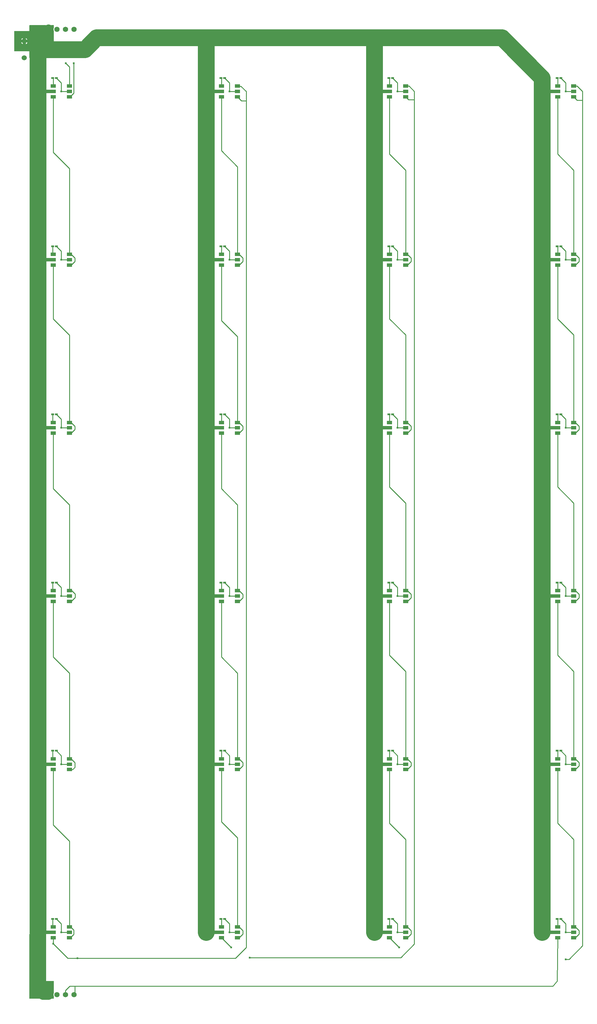
<source format=gtl>
G04 Layer: TopLayer*
G04 EasyEDA v6.5.34, 2023-09-21 20:05:10*
G04 25a6d9880ab04e118feb333d8ddcd0f2,9bdec9015a8d4a8fb4e1132389f24c00,10*
G04 Gerber Generator version 0.2*
G04 Scale: 100 percent, Rotated: No, Reflected: No *
G04 Dimensions in millimeters *
G04 leading zeros omitted , absolute positions ,4 integer and 5 decimal *
%FSLAX45Y45*%
%MOMM*%

%AMMACRO1*21,1,$1,$2,0,0,$3*%
%ADD10C,3.0000*%
%ADD11C,5.0000*%
%ADD12C,1.0000*%
%ADD13C,0.2540*%
%ADD14MACRO1,0.54X0.7901X90.0000*%
%ADD15R,1.5000X1.0000*%
%ADD16R,1.5748X1.5748*%
%ADD17C,1.5748*%
%ADD18C,1.5240*%
%ADD19C,0.6200*%
%ADD20C,0.0159*%

%LPD*%
G36*
X1560169Y28499917D02*
G01*
X1556258Y28500730D01*
X1552956Y28502914D01*
X1550771Y28506216D01*
X1550009Y28510077D01*
X1550009Y28698952D01*
X1548993Y28699917D01*
X1110183Y28699917D01*
X1106271Y28700730D01*
X1102969Y28702914D01*
X1100785Y28706216D01*
X1100023Y28710077D01*
X1100023Y29289756D01*
X1100785Y29293667D01*
X1102969Y29296969D01*
X1106271Y29299153D01*
X1110183Y29299915D01*
X1548993Y29299915D01*
X1550009Y29300932D01*
X1550009Y29464000D01*
X1550771Y29467860D01*
X1552956Y29471162D01*
X1556258Y29473398D01*
X1560169Y29474160D01*
X2033574Y29474160D01*
X2037842Y29473245D01*
X2041296Y29470603D01*
X2043379Y29466743D01*
X2043633Y29462374D01*
X2042007Y29458310D01*
X2038857Y29455313D01*
X2029053Y29451960D01*
X2024125Y29448861D01*
X2020062Y29444797D01*
X2016963Y29439870D01*
X2015083Y29434434D01*
X2014372Y29428135D01*
X2014372Y29395674D01*
X2073300Y29395674D01*
X2073300Y29464000D01*
X2074062Y29467860D01*
X2076246Y29471162D01*
X2079548Y29473398D01*
X2083409Y29474160D01*
X2154580Y29474160D01*
X2158441Y29473398D01*
X2161743Y29471162D01*
X2163927Y29467860D01*
X2164740Y29464000D01*
X2164740Y29395674D01*
X2223668Y29395674D01*
X2223668Y29428135D01*
X2222906Y29434434D01*
X2221026Y29439870D01*
X2217928Y29444797D01*
X2213864Y29448861D01*
X2208936Y29451960D01*
X2199132Y29455313D01*
X2195982Y29458310D01*
X2194356Y29462374D01*
X2194610Y29466743D01*
X2196693Y29470603D01*
X2200148Y29473245D01*
X2204415Y29474160D01*
X2269845Y29474160D01*
X2273706Y29473398D01*
X2277008Y29471162D01*
X2279243Y29467860D01*
X2280005Y29464000D01*
X2280005Y29399788D01*
X2278938Y29395267D01*
X2276348Y29389984D01*
X2271928Y29377030D01*
X2269286Y29363619D01*
X2268372Y29349953D01*
X2269286Y29336288D01*
X2271928Y29322877D01*
X2276348Y29309923D01*
X2278938Y29304589D01*
X2280005Y29300119D01*
X2280005Y28520948D01*
X2280716Y28519221D01*
X2282647Y28517291D01*
X2284831Y28513989D01*
X2285644Y28510077D01*
X2284831Y28506216D01*
X2282647Y28502914D01*
X2279345Y28500730D01*
X2275484Y28499917D01*
G37*

%LPC*%
G36*
X1355547Y28908146D02*
G01*
X1355547Y28955492D01*
X1308201Y28955492D01*
X1308862Y28953917D01*
X1315821Y28942182D01*
X1324305Y28931463D01*
X1334109Y28921964D01*
X1345082Y28913886D01*
G37*
G36*
X1444447Y28908298D02*
G01*
X1449070Y28910432D01*
X1460550Y28917747D01*
X1470964Y28926536D01*
X1480108Y28936696D01*
X1487830Y28947922D01*
X1491640Y28955492D01*
X1444447Y28955492D01*
G37*
G36*
X1444447Y29044392D02*
G01*
X1491640Y29044392D01*
X1487830Y29051961D01*
X1480108Y29063188D01*
X1470964Y29073348D01*
X1460550Y29082136D01*
X1449070Y29089451D01*
X1444447Y29091585D01*
G37*
G36*
X1308201Y29044392D02*
G01*
X1355547Y29044392D01*
X1355547Y29091737D01*
X1345082Y29085997D01*
X1334109Y29077920D01*
X1324305Y29068420D01*
X1315821Y29057701D01*
X1308862Y29045966D01*
G37*
G36*
X2164740Y29245306D02*
G01*
X2197150Y29245306D01*
X2203500Y29246017D01*
X2208936Y29247896D01*
X2213864Y29250995D01*
X2217928Y29255110D01*
X2221026Y29259987D01*
X2222906Y29265473D01*
X2223668Y29271772D01*
X2223668Y29304234D01*
X2164740Y29304234D01*
G37*
G36*
X2040839Y29245306D02*
G01*
X2073300Y29245306D01*
X2073300Y29304234D01*
X2014372Y29304234D01*
X2014372Y29271772D01*
X2015083Y29265473D01*
X2016963Y29259987D01*
X2020062Y29255110D01*
X2024125Y29250995D01*
X2029053Y29247896D01*
X2034489Y29246017D01*
G37*

%LPD*%
G36*
X1560169Y526034D02*
G01*
X1556258Y526796D01*
X1552956Y529031D01*
X1550771Y532282D01*
X1550009Y536194D01*
X1550009Y2439822D01*
X1550771Y2443734D01*
X1552956Y2447036D01*
X1556258Y2449220D01*
X1560169Y2449982D01*
X2039823Y2449982D01*
X2043734Y2449220D01*
X2047036Y2447036D01*
X2049221Y2443734D01*
X2049983Y2439822D01*
X2049983Y1051001D01*
X2050999Y1049985D01*
X2269845Y1049985D01*
X2273706Y1049223D01*
X2277008Y1047038D01*
X2279243Y1043736D01*
X2280005Y1039825D01*
X2280005Y699820D01*
X2278938Y695350D01*
X2276348Y690016D01*
X2271928Y677062D01*
X2269286Y663651D01*
X2268372Y649986D01*
X2269286Y636320D01*
X2271928Y622909D01*
X2276348Y609955D01*
X2278938Y604672D01*
X2280005Y600151D01*
X2280005Y536194D01*
X2279243Y532282D01*
X2277008Y529031D01*
X2273706Y526796D01*
X2269845Y526034D01*
X2206040Y526034D01*
X2202078Y526846D01*
X2198725Y529132D01*
X2196541Y532536D01*
X2195880Y536498D01*
X2196795Y540461D01*
X2199182Y543712D01*
X2202688Y545795D01*
X2208936Y547979D01*
X2213864Y551078D01*
X2217928Y555142D01*
X2221026Y560070D01*
X2222906Y565505D01*
X2223668Y571804D01*
X2223668Y604266D01*
X2164740Y604266D01*
X2164740Y536194D01*
X2163927Y532282D01*
X2161743Y529031D01*
X2158441Y526796D01*
X2154580Y526034D01*
X2083409Y526034D01*
X2079548Y526796D01*
X2076246Y529031D01*
X2074062Y532282D01*
X2073300Y536194D01*
X2073300Y604266D01*
X2014372Y604266D01*
X2014372Y571804D01*
X2015083Y565505D01*
X2016963Y560070D01*
X2020062Y555142D01*
X2024125Y551078D01*
X2029053Y547979D01*
X2035302Y545795D01*
X2038807Y543712D01*
X2041194Y540461D01*
X2042109Y536498D01*
X2041448Y532536D01*
X2039264Y529132D01*
X2035911Y526846D01*
X2031949Y526034D01*
G37*

%LPC*%
G36*
X2164740Y695706D02*
G01*
X2223668Y695706D01*
X2223668Y728167D01*
X2222906Y734466D01*
X2221026Y739952D01*
X2217928Y744829D01*
X2213864Y748944D01*
X2208936Y752043D01*
X2203500Y753922D01*
X2197150Y754634D01*
X2164740Y754634D01*
G37*
G36*
X2014372Y695706D02*
G01*
X2073300Y695706D01*
X2073300Y754634D01*
X2040839Y754634D01*
X2034489Y753922D01*
X2029053Y752043D01*
X2024125Y748944D01*
X2020062Y744829D01*
X2016963Y739952D01*
X2015083Y734466D01*
X2014372Y728167D01*
G37*

%LPD*%
D10*
X2118868Y29349954D02*
G01*
X1799996Y28749942D01*
D11*
X1799996Y27499945D02*
G01*
X1799996Y28749942D01*
X6806684Y29100018D02*
G01*
X6806684Y2499995D01*
X1799996Y22499828D02*
G01*
X1799996Y17500092D01*
X1799996Y17500092D02*
G01*
X1799996Y12499975D01*
D10*
X1800605Y2500121D02*
G01*
X1800605Y799337D01*
X1949958Y649986D01*
X2118868Y649986D01*
D12*
X12259970Y17499964D02*
G01*
X11808528Y17499964D01*
X17259960Y17499964D02*
G01*
X16800068Y17499964D01*
X17259960Y22499954D02*
G01*
X16799966Y22499954D01*
D11*
X1799996Y12499975D02*
G01*
X1799996Y2499995D01*
D13*
X2869994Y28339943D02*
G01*
X2869994Y27449945D01*
X2759999Y27339950D01*
X2739999Y27339950D01*
X2739999Y27659939D02*
G01*
X2739999Y28229938D01*
X2629994Y28339943D01*
D11*
X16800068Y27500071D02*
G01*
X16800068Y2499995D01*
D12*
X17259960Y2499995D02*
G01*
X16799966Y2499995D01*
X12259970Y2499995D02*
G01*
X11799976Y2499995D01*
X7259980Y2499995D02*
G01*
X6799986Y2499995D01*
X7259980Y7499985D02*
G01*
X6799986Y7499985D01*
X17259960Y7499985D02*
G01*
X16799966Y7499985D01*
X12259970Y7499985D02*
G01*
X11799976Y7499985D01*
X17259960Y12499975D02*
G01*
X16799966Y12499975D01*
X12259970Y12499975D02*
G01*
X11799976Y12499975D01*
X7259980Y12499975D02*
G01*
X6799986Y12499975D01*
X7259980Y17499964D02*
G01*
X6799986Y17499964D01*
X12259970Y22499954D02*
G01*
X11799976Y22499954D01*
X7259980Y22499954D02*
G01*
X6799986Y22499954D01*
X17259960Y27499945D02*
G01*
X16799966Y27499945D01*
X12259970Y27499945D02*
G01*
X11799976Y27499945D01*
X7259980Y27499945D02*
G01*
X6799986Y27499945D01*
X2259990Y27499945D02*
G01*
X1799996Y27499945D01*
X2259990Y2499995D02*
G01*
X1699996Y2499995D01*
X2259990Y7499985D02*
G01*
X1699996Y7499985D01*
X2259990Y12499975D02*
G01*
X1699996Y12499975D01*
X1700021Y17500092D02*
G01*
X2260091Y17500092D01*
X2260091Y22499828D02*
G01*
X1800097Y22499828D01*
D13*
X12259965Y2340000D02*
G01*
X12549969Y2049995D01*
X8099983Y1749996D02*
G01*
X12599863Y1749996D01*
X12999976Y2150107D01*
X12999976Y27499945D01*
X12839971Y27659942D01*
X12739984Y27659942D01*
X7259980Y2340000D02*
G01*
X7549997Y2049983D01*
X2245481Y27899946D02*
G01*
X2259992Y27885443D01*
X2259992Y27659942D01*
X2259992Y12659972D02*
G01*
X2245481Y12674475D01*
X2245481Y12899974D01*
X2259992Y17659957D02*
G01*
X2245481Y17674462D01*
X2245481Y17899961D01*
X2259992Y22659949D02*
G01*
X2245481Y22674455D01*
X2245481Y22899954D01*
X2259992Y7659979D02*
G01*
X2245481Y7674483D01*
X2245481Y7899981D01*
X2259992Y2659992D02*
G01*
X2245481Y2674490D01*
X2245481Y2899996D01*
X2739999Y22659949D02*
G01*
X2789994Y22659949D01*
X2899991Y22549954D01*
X2899991Y22449952D01*
X2789994Y22339957D01*
X2739999Y22339957D01*
X2739999Y17659957D02*
G01*
X2789994Y17659957D01*
X2899991Y17549967D01*
X2899991Y17449967D01*
X2789994Y17339970D01*
X2739999Y17339970D01*
X2739999Y7659979D02*
G01*
X2789994Y7659979D01*
X2899991Y7549982D01*
X2899991Y7399982D01*
X2839999Y7339992D01*
X2739999Y7339992D01*
X7354491Y27899946D02*
G01*
X7499982Y27754455D01*
X7499982Y27499945D01*
X7499982Y27499945D02*
G01*
X7739992Y27499945D01*
X7354491Y22899954D02*
G01*
X7499982Y22754462D01*
X7499982Y22499954D01*
X7499982Y22499954D02*
G01*
X7739992Y22499954D01*
X7354491Y17899961D02*
G01*
X7499982Y17754475D01*
X7499982Y17499967D01*
X7499982Y17499967D02*
G01*
X7739992Y17499967D01*
X7245474Y27899946D02*
G01*
X7259985Y27885443D01*
X7259985Y27659942D01*
X7245474Y22899954D02*
G01*
X7259985Y22885450D01*
X7259985Y22659949D01*
X7245474Y17899961D02*
G01*
X7259985Y17885463D01*
X7259985Y17659957D01*
X7245474Y12899974D02*
G01*
X7259985Y12885470D01*
X7259985Y12659972D01*
X7245474Y7899981D02*
G01*
X7259985Y7885478D01*
X7259985Y7659979D01*
X7245474Y2899996D02*
G01*
X7259985Y2885493D01*
X7259985Y2659992D01*
X12245466Y2899996D02*
G01*
X12259965Y2885493D01*
X12259965Y2659992D01*
X12245466Y7899981D02*
G01*
X12259965Y7885478D01*
X12259965Y7659979D01*
X12245466Y12899974D02*
G01*
X12259965Y12885470D01*
X12259965Y12659972D01*
X12245466Y17899961D02*
G01*
X12259965Y17885463D01*
X12259965Y17659957D01*
X12245466Y22899954D02*
G01*
X12259965Y22885450D01*
X12259965Y22659949D01*
X12245466Y27899946D02*
G01*
X12259965Y27885443D01*
X12259965Y27659942D01*
X17245459Y27899946D02*
G01*
X17259957Y27885443D01*
X17259957Y27659942D01*
X17245459Y22899954D02*
G01*
X17259957Y22885450D01*
X17259957Y22659949D01*
X17245459Y17899961D02*
G01*
X17259957Y17885463D01*
X17259957Y17659957D01*
X17245459Y12899974D02*
G01*
X17259957Y12885470D01*
X17259957Y12659972D01*
X17245459Y7899981D02*
G01*
X17259957Y7885478D01*
X17259957Y7659979D01*
X17245459Y2899996D02*
G01*
X17259957Y2885493D01*
X17259957Y2659992D01*
X7354491Y12899974D02*
G01*
X7499982Y12754483D01*
X7499982Y12499975D01*
X7499982Y12499975D02*
G01*
X7739992Y12499975D01*
X7499982Y7499982D02*
G01*
X7739992Y7499982D01*
X7354491Y2899996D02*
G01*
X7499984Y2754503D01*
X7499984Y2499995D01*
X12354483Y27899946D02*
G01*
X12499975Y27754455D01*
X12499975Y27499945D01*
X12499975Y27499945D02*
G01*
X12739984Y27499945D01*
X12354483Y22899954D02*
G01*
X12499975Y22754462D01*
X12499975Y22499954D01*
X12499975Y22499954D02*
G01*
X12739984Y22499954D01*
X12354483Y17899961D02*
G01*
X12499975Y17754475D01*
X12499975Y17499967D01*
X12499975Y17499967D02*
G01*
X12739984Y17499967D01*
X12354483Y12899974D02*
G01*
X12499975Y12754483D01*
X12499975Y12499975D01*
X12499975Y12499975D02*
G01*
X12739984Y12499975D01*
X12354483Y7899981D02*
G01*
X12499975Y7754490D01*
X12499975Y7499982D01*
X12499975Y7499982D02*
G01*
X12739984Y7499982D01*
X12354483Y2899996D02*
G01*
X12499975Y2754505D01*
X12499975Y2499995D01*
X17354476Y27899946D02*
G01*
X17499967Y27754455D01*
X17499967Y27499945D01*
X17499967Y27499945D02*
G01*
X17739964Y27499945D01*
X17499967Y7499982D02*
G01*
X17739964Y7499982D01*
X17499967Y7499982D02*
G01*
X17499967Y7754490D01*
X17354476Y7899981D01*
X17499967Y12499975D02*
G01*
X17739964Y12499975D01*
X17354476Y12899974D02*
G01*
X17499967Y12754483D01*
X17499967Y12499975D01*
X17739964Y17499967D02*
G01*
X17499967Y17499967D01*
X17499967Y17499967D02*
G01*
X17499967Y17754475D01*
X17354476Y17899961D01*
X17499967Y22499954D02*
G01*
X17739964Y22499954D01*
X17499967Y22499954D02*
G01*
X17499967Y22754462D01*
X17354476Y22899954D01*
X7739992Y27339950D02*
G01*
X7853870Y27226072D01*
X7999984Y27226072D01*
X7739992Y22659949D02*
G01*
X7789986Y22659949D01*
X7899981Y22549954D01*
X7899981Y22449952D01*
X7789986Y22339957D01*
X7739992Y22339957D01*
X7739992Y17659957D02*
G01*
X7789986Y17659957D01*
X7899981Y17549967D01*
X7899981Y17449967D01*
X7789986Y17339970D01*
X7739992Y17339970D01*
X7739992Y12659972D02*
G01*
X7789986Y12659972D01*
X7899981Y12549974D01*
X7899981Y12449975D01*
X7789986Y12339977D01*
X7739992Y12339977D01*
X7739893Y2659887D02*
G01*
X7790185Y2659887D01*
X7899908Y2549903D01*
X7899908Y2450084D01*
X7790185Y2340099D01*
X7739893Y2340099D01*
X7739893Y7659880D02*
G01*
X7789923Y7659880D01*
X7899908Y7549895D01*
X7899908Y7450076D01*
X7789923Y7340092D01*
X7739893Y7340092D01*
X12739984Y22659949D02*
G01*
X12789979Y22659949D01*
X12899974Y22549954D01*
X12899974Y22449952D01*
X12789979Y22339957D01*
X12739984Y22339957D01*
X12739984Y17659957D02*
G01*
X12789979Y17659957D01*
X12899974Y17549967D01*
X12899974Y17449967D01*
X12789979Y17339970D01*
X12739984Y17339970D01*
X12739984Y12659972D02*
G01*
X12789979Y12659972D01*
X12899974Y12549974D01*
X12899974Y12449975D01*
X12789979Y12339977D01*
X12739984Y12339977D01*
X12739984Y7659979D02*
G01*
X12789979Y7659979D01*
X12899974Y7549982D01*
X12899974Y7449982D01*
X12789979Y7339992D01*
X12739984Y7339992D01*
X12739984Y2659992D02*
G01*
X12789979Y2659992D01*
X12899974Y2549997D01*
X12899974Y2449995D01*
X12789979Y2340000D01*
X12739984Y2340000D01*
X12739984Y27339950D02*
G01*
X12824284Y27255645D01*
X12999976Y27255645D01*
X17739865Y2659887D02*
G01*
X17789908Y2659887D01*
X17899893Y2549903D01*
X17899893Y2450084D01*
X17789908Y2340099D01*
X17739865Y2340099D01*
X17739964Y7659979D02*
G01*
X17789972Y7659979D01*
X17899966Y7549982D01*
X17899966Y7449982D01*
X17789972Y7339992D01*
X17739964Y7339992D01*
X17739964Y12659972D02*
G01*
X17789972Y12659972D01*
X17899966Y12549974D01*
X17899966Y12449975D01*
X17789972Y12339977D01*
X17739964Y12339977D01*
X17739964Y17659957D02*
G01*
X17789972Y17659957D01*
X17899966Y17549967D01*
X17899966Y17449967D01*
X17789972Y17339970D01*
X17739964Y17339970D01*
X17739964Y22659949D02*
G01*
X17789972Y22659949D01*
X17899966Y22549954D01*
X17899966Y22449952D01*
X17789972Y22339957D01*
X17739964Y22339957D01*
X17500091Y1700019D02*
G01*
X17599919Y1700019D01*
X17999969Y2100069D01*
X17999969Y27499945D01*
X17839964Y27659942D01*
X17739964Y27659942D01*
X17739964Y27339950D02*
G01*
X17835425Y27244489D01*
X17999969Y27244489D01*
X2260091Y2340099D02*
G01*
X2260091Y2160092D01*
X2259990Y2159990D01*
X2880989Y650001D02*
G01*
X2905696Y674700D01*
X2905696Y899919D01*
X17260056Y2340099D02*
G01*
X17249960Y1049995D01*
X17120108Y899919D01*
X2750058Y899919D01*
X2626865Y776988D01*
X2626865Y649988D01*
X7354491Y7899981D02*
G01*
X7499982Y7754490D01*
X7499982Y7499982D01*
X2739999Y12659969D02*
G01*
X2809999Y12659969D01*
X2909994Y12559974D01*
X2909994Y12459975D01*
X2789999Y12339980D01*
X2739999Y12339980D01*
X2739999Y2659989D02*
G01*
X2779999Y2659989D01*
X2869994Y2569994D01*
X2869994Y2439995D01*
X2769999Y2340000D01*
X2739999Y2340000D01*
X2350008Y27904437D02*
G01*
X2354498Y27899946D01*
X2372995Y29349928D02*
G01*
X2372995Y29349928D01*
X2350008Y29326941D01*
X2739999Y27499945D02*
G01*
X2499995Y27499945D01*
X2354503Y27899944D02*
G01*
X2499995Y27754453D01*
X2499995Y27499945D01*
X2499995Y2499995D02*
G01*
X2499995Y2499995D01*
X2499995Y2754503D01*
X2354503Y2899994D01*
X2739999Y2499995D02*
G01*
X2499995Y2499995D01*
X2499995Y7499985D02*
G01*
X2499995Y7499985D01*
X2499995Y7754493D01*
X2354503Y7899984D01*
X2739999Y7499985D02*
G01*
X2499995Y7499985D01*
X2739999Y12499975D02*
G01*
X2499995Y12499975D01*
X2499995Y12499975D02*
G01*
X2499995Y12754483D01*
X2354503Y12899974D01*
X2499995Y17499964D02*
G01*
X2499995Y17499964D01*
X2499995Y17754473D01*
X2354503Y17899964D01*
X2739999Y17499964D02*
G01*
X2499995Y17499964D01*
X2499995Y22499954D02*
G01*
X2499995Y22499954D01*
X2499995Y22754462D01*
X2354503Y22899954D01*
X2739999Y22499954D02*
G01*
X2499995Y22499954D01*
X2260091Y27340052D02*
G01*
X2260091Y25690068D01*
X2739897Y25210008D01*
X2739897Y22659848D01*
X2260091Y7340092D02*
G01*
X2260091Y5690107D01*
X2739897Y5210047D01*
X2739897Y2659887D01*
X2260091Y22340062D02*
G01*
X2260091Y20739862D01*
X2739999Y20259954D01*
X2739999Y17659957D01*
X2260091Y17340071D02*
G01*
X2260091Y15689834D01*
X2739897Y15210028D01*
X2739897Y12659868D01*
X2260091Y12340081D02*
G01*
X2260091Y10690097D01*
X2739897Y10210037D01*
X2739897Y7659878D01*
X17500091Y2500121D02*
G01*
X17500091Y2500121D01*
X17739868Y2500121D01*
X17354550Y2899918D02*
G01*
X17500091Y2754629D01*
X17500091Y2500121D01*
X12499975Y2499995D02*
G01*
X12499975Y2499995D01*
X12739984Y2499995D01*
X2259995Y2159995D02*
G01*
X2689994Y1729996D01*
X2979994Y1729996D01*
X7499984Y2499995D02*
G01*
X7499984Y2499995D01*
X7739992Y2499995D01*
X7260081Y27340052D02*
G01*
X7260081Y25739852D01*
X7739888Y25260045D01*
X7739888Y22659848D01*
X7260081Y22340062D02*
G01*
X7260081Y20689824D01*
X7739888Y20210018D01*
X7739888Y17659858D01*
X7260081Y17340071D02*
G01*
X7260081Y15690087D01*
X7739888Y15210028D01*
X7739888Y12659868D01*
X7260081Y12340081D02*
G01*
X7260081Y10690097D01*
X7739888Y10210037D01*
X7739888Y7659878D01*
X7260081Y7340092D02*
G01*
X7260081Y5789929D01*
X7739888Y5309870D01*
X7739888Y2659887D01*
X12739877Y2659887D02*
G01*
X12740131Y5259831D01*
X12260072Y5739892D01*
X12260072Y7340092D01*
X12260072Y12340081D02*
G01*
X12260072Y10739881D01*
X12740131Y10259821D01*
X12739877Y7659878D01*
X12260077Y17340069D02*
G01*
X12260077Y15739869D01*
X12740134Y15259812D01*
X12739872Y12659865D01*
X12260072Y22340062D02*
G01*
X12260072Y20739862D01*
X12739877Y20260055D01*
X12739877Y17659858D01*
X12260072Y27340052D02*
G01*
X12260072Y25639776D01*
X12739877Y25159970D01*
X12739877Y22659848D01*
X17260061Y27340052D02*
G01*
X17259808Y25640029D01*
X17739868Y25159970D01*
X17739868Y22659848D01*
X17260061Y22340062D02*
G01*
X17259808Y20740116D01*
X17739868Y20260055D01*
X17739868Y17659858D01*
X17260061Y17340071D02*
G01*
X17259808Y15740126D01*
X17739868Y15260066D01*
X17739868Y12659868D01*
X17260061Y12340081D02*
G01*
X17259808Y10740136D01*
X17739868Y10260076D01*
X17739868Y7659878D01*
X17260061Y7340092D02*
G01*
X17259808Y5740145D01*
X17739868Y5260086D01*
X17739868Y2659887D01*
D11*
X1799996Y27499945D02*
G01*
X1799996Y22499828D01*
X16800068Y27500071D02*
G01*
X16800068Y27900121D01*
X15599918Y29100018D01*
X3550158Y29100018D01*
X3199891Y28750005D01*
X1800097Y28750005D01*
X11808528Y29100018D02*
G01*
X11808528Y2499995D01*
D13*
X2980004Y1729994D02*
G01*
X7679943Y1729994D01*
X7999984Y2050034D01*
X7999984Y27500069D01*
X7839969Y27659837D01*
X7739893Y27659837D01*
D14*
G01*
X2354501Y27899944D03*
G01*
X2245489Y27899944D03*
G01*
X2354501Y22899954D03*
G01*
X2245489Y22899954D03*
G01*
X2354501Y17899964D03*
G01*
X2245489Y17899964D03*
G01*
X2354501Y12899974D03*
G01*
X2245489Y12899974D03*
G01*
X2354501Y7899984D03*
G01*
X2245489Y7899984D03*
G01*
X2354501Y2899994D03*
G01*
X2245489Y2899994D03*
G01*
X7354491Y27899944D03*
G01*
X7245479Y27899944D03*
G01*
X7354491Y22899954D03*
G01*
X7245479Y22899954D03*
G01*
X7354491Y17899964D03*
G01*
X7245479Y17899964D03*
G01*
X7354491Y12899974D03*
G01*
X7245479Y12899974D03*
G01*
X7354491Y7899984D03*
G01*
X7245479Y7899984D03*
G01*
X7354491Y2899994D03*
G01*
X7245479Y2899994D03*
G01*
X12354481Y27899944D03*
G01*
X12245469Y27899944D03*
G01*
X12354481Y22899954D03*
G01*
X12245469Y22899954D03*
G01*
X12354481Y17899964D03*
G01*
X12245469Y17899964D03*
G01*
X12354481Y12899974D03*
G01*
X12245469Y12899974D03*
G01*
X12354481Y7899984D03*
G01*
X12245469Y7899984D03*
G01*
X12354481Y2899994D03*
G01*
X12245469Y2899994D03*
G01*
X17354471Y27899944D03*
G01*
X17245459Y27899944D03*
G01*
X17354471Y22899954D03*
G01*
X17245459Y22899954D03*
G01*
X17354471Y17899964D03*
G01*
X17245459Y17899964D03*
G01*
X17354471Y12899974D03*
G01*
X17245459Y12899974D03*
G01*
X17354471Y7899984D03*
G01*
X17245459Y7899984D03*
G01*
X17354471Y2899994D03*
G01*
X17245459Y2899994D03*
D15*
G01*
X2259990Y27659939D03*
G01*
X2259990Y27499945D03*
G01*
X2259990Y27339950D03*
G01*
X2739999Y27339950D03*
G01*
X2739999Y27499945D03*
G01*
X2739999Y27659939D03*
G01*
X2259990Y22659949D03*
G01*
X2259990Y22499954D03*
G01*
X2259990Y22339960D03*
G01*
X2739999Y22339960D03*
G01*
X2739999Y22499954D03*
G01*
X2739999Y22659949D03*
G01*
X2259990Y17659959D03*
G01*
X2259990Y17499964D03*
G01*
X2259990Y17339970D03*
G01*
X2739999Y17339970D03*
G01*
X2739999Y17499964D03*
G01*
X2739999Y17659959D03*
G01*
X2259990Y12659969D03*
G01*
X2259990Y12499975D03*
G01*
X2259990Y12339980D03*
G01*
X2739999Y12339980D03*
G01*
X2739999Y12499975D03*
G01*
X2739999Y12659969D03*
G01*
X2259990Y7659979D03*
G01*
X2259990Y7499985D03*
G01*
X2259990Y7339990D03*
G01*
X2739999Y7339990D03*
G01*
X2739999Y7499985D03*
G01*
X2739999Y7659979D03*
G01*
X2259990Y2659989D03*
G01*
X2259990Y2499995D03*
G01*
X2259990Y2340000D03*
G01*
X2739999Y2340000D03*
G01*
X2739999Y2499995D03*
G01*
X2739999Y2659989D03*
G01*
X7259980Y27659939D03*
G01*
X7259980Y27499945D03*
G01*
X7259980Y27339950D03*
G01*
X7739989Y27339950D03*
G01*
X7739989Y27499945D03*
G01*
X7739989Y27659939D03*
G01*
X7259980Y22659949D03*
G01*
X7259980Y22499954D03*
G01*
X7259980Y22339960D03*
G01*
X7739989Y22339960D03*
G01*
X7739989Y22499954D03*
G01*
X7739989Y22659949D03*
G01*
X7259980Y17659959D03*
G01*
X7259980Y17499964D03*
G01*
X7259980Y17339970D03*
G01*
X7739989Y17339970D03*
G01*
X7739989Y17499964D03*
G01*
X7739989Y17659959D03*
G01*
X7259980Y12659969D03*
G01*
X7259980Y12499975D03*
G01*
X7259980Y12339980D03*
G01*
X7739989Y12339980D03*
G01*
X7739989Y12499975D03*
G01*
X7739989Y12659969D03*
G01*
X7259980Y7659979D03*
G01*
X7259980Y7499985D03*
G01*
X7259980Y7339990D03*
G01*
X7739989Y7339990D03*
G01*
X7739989Y7499985D03*
G01*
X7739989Y7659979D03*
G01*
X7259980Y2659989D03*
G01*
X7259980Y2499995D03*
G01*
X7259980Y2340000D03*
G01*
X7739989Y2340000D03*
G01*
X7739989Y2499995D03*
G01*
X7739989Y2659989D03*
G01*
X12259970Y27659939D03*
G01*
X12259970Y27499945D03*
G01*
X12259970Y27339950D03*
G01*
X12739979Y27339950D03*
G01*
X12739979Y27499945D03*
G01*
X12739979Y27659939D03*
G01*
X12259970Y22659949D03*
G01*
X12259970Y22499954D03*
G01*
X12259970Y22339960D03*
G01*
X12739979Y22339960D03*
G01*
X12739979Y22499954D03*
G01*
X12739979Y22659949D03*
G01*
X12259970Y17659959D03*
G01*
X12259970Y17499964D03*
G01*
X12259970Y17339970D03*
G01*
X12739979Y17339970D03*
G01*
X12739979Y17499964D03*
G01*
X12739979Y17659959D03*
G01*
X12259970Y12659969D03*
G01*
X12259970Y12499975D03*
G01*
X12259970Y12339980D03*
G01*
X12739979Y12339980D03*
G01*
X12739979Y12499975D03*
G01*
X12739979Y12659969D03*
G01*
X12259970Y7659979D03*
G01*
X12259970Y7499985D03*
G01*
X12259970Y7339990D03*
G01*
X12739979Y7339990D03*
G01*
X12739979Y7499985D03*
G01*
X12739979Y7659979D03*
G01*
X12259970Y2659989D03*
G01*
X12259970Y2499995D03*
G01*
X12259970Y2340000D03*
G01*
X12739979Y2340000D03*
G01*
X12739979Y2499995D03*
G01*
X12739979Y2659989D03*
G01*
X17259960Y27659939D03*
G01*
X17259960Y27499945D03*
G01*
X17259960Y27339950D03*
G01*
X17739969Y27339950D03*
G01*
X17739969Y27499945D03*
G01*
X17739969Y27659939D03*
G01*
X17259960Y22659949D03*
G01*
X17259960Y22499954D03*
G01*
X17259960Y22339960D03*
G01*
X17739969Y22339960D03*
G01*
X17739969Y22499954D03*
G01*
X17739969Y22659949D03*
G01*
X17259960Y17659959D03*
G01*
X17259960Y17499964D03*
G01*
X17259960Y17339970D03*
G01*
X17739969Y17339970D03*
G01*
X17739969Y17499964D03*
G01*
X17739969Y17659959D03*
G01*
X17259960Y12659969D03*
G01*
X17259960Y12499975D03*
G01*
X17259960Y12339980D03*
G01*
X17739969Y12339980D03*
G01*
X17739969Y12499975D03*
G01*
X17739969Y12659969D03*
G01*
X17259960Y7659979D03*
G01*
X17259960Y7499985D03*
G01*
X17259960Y7339990D03*
G01*
X17739969Y7339990D03*
G01*
X17739969Y7499985D03*
G01*
X17739969Y7659979D03*
G01*
X17259960Y2659989D03*
G01*
X17259960Y2499995D03*
G01*
X17259960Y2340000D03*
G01*
X17739969Y2340000D03*
G01*
X17739969Y2499995D03*
G01*
X17739969Y2659989D03*
D16*
G01*
X2118995Y29349928D03*
D17*
G01*
X2372995Y29349928D03*
G01*
X2626995Y29349928D03*
G01*
X2880995Y29349928D03*
D16*
G01*
X2118995Y650011D03*
D17*
G01*
X2372995Y649986D03*
G01*
X2626995Y649986D03*
G01*
X2880995Y649986D03*
D18*
G01*
X1399997Y28999942D03*
G01*
X1399997Y28499943D03*
D19*
G01*
X2259990Y2159990D03*
G01*
X2980004Y1729994D03*
G01*
X10749991Y29249928D03*
G01*
X7549997Y2049983D03*
G01*
X8099983Y1749983D03*
G01*
X12549987Y2049983D03*
G01*
X17499965Y1699996D03*
G01*
X2499995Y27499945D03*
G01*
X2499995Y2499995D03*
G01*
X2499995Y7499985D03*
G01*
X2499995Y12499975D03*
G01*
X2499995Y17499964D03*
G01*
X2499995Y22499954D03*
G01*
X7499984Y27499945D03*
G01*
X7499984Y22499954D03*
G01*
X7499858Y17500092D03*
G01*
X7499984Y12499975D03*
G01*
X7499858Y7499858D03*
G01*
X7499984Y2499995D03*
G01*
X12499975Y2499995D03*
G01*
X12499975Y7499985D03*
G01*
X12499847Y12499847D03*
G01*
X12499975Y17499964D03*
G01*
X12499975Y22499954D03*
G01*
X12499975Y27499945D03*
G01*
X17500091Y27500071D03*
G01*
X17500091Y22499828D03*
G01*
X17499965Y17499964D03*
G01*
X17499965Y12499975D03*
G01*
X17500091Y7499858D03*
G01*
X17500091Y2500121D03*
G01*
X2869996Y28339948D03*
G01*
X2629992Y28339948D03*
M02*

</source>
